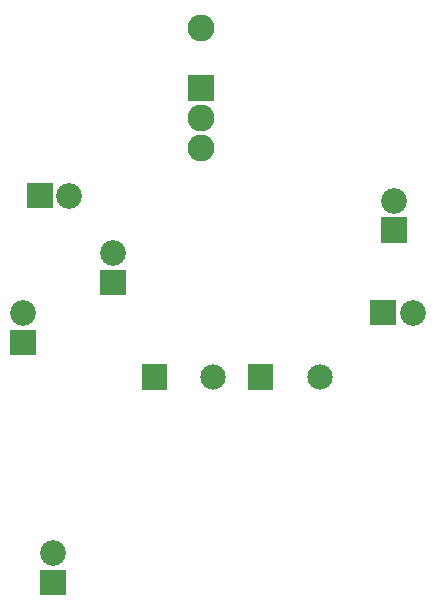
<source format=gbs>
G04 start of page 2 for group 11 layer_idx 11 *
G04 Title: (unknown), bottom_mask *
G04 Creator: pcb-rnd 2.3.2 *
G04 CreationDate: 2021-05-12 18:23:50 UTC *
G04 For:  *
G04 Format: Gerber/RS-274X *
G04 PCB-Dimensions: 500000 500000 *
G04 PCB-Coordinate-Origin: lower left *
%MOIN*%
%FSLAX25Y25*%
%LNBOTTOM_MASK_NONE_11*%
%ADD70C,0.0900*%
%ADD69C,0.0846*%
%ADD68C,0.0001*%
%ADD67C,0.0860*%
G54D67*X175000Y292500D03*
G54D68*G36*
X140700Y258200D02*Y266800D01*
X149300D01*
Y258200D01*
X140700D01*
G37*
G54D67*X145000Y272500D03*
G54D68*G36*
X170700Y278200D02*Y286800D01*
X179300D01*
Y278200D01*
X170700D01*
G37*
G36*
X184420Y255237D02*Y246763D01*
X192894D01*
Y255237D01*
X184420D01*
G37*
G36*
X150700Y178200D02*Y186800D01*
X159300D01*
Y178200D01*
X150700D01*
G37*
G54D67*X155000Y192500D03*
G54D69*X208343Y251000D03*
X243843D03*
G54D68*G36*
X260700Y276800D02*X269300D01*
Y268200D01*
X260700D01*
Y276800D01*
G37*
G54D67*X275000Y272500D03*
G54D68*G36*
X219920Y255237D02*Y246763D01*
X228394D01*
Y255237D01*
X219920D01*
G37*
G36*
X146200Y315800D02*X154800D01*
Y307200D01*
X146200D01*
Y315800D01*
G37*
G54D67*X160343Y311500D03*
G54D68*G36*
X264200Y295700D02*Y304300D01*
X272800D01*
Y295700D01*
X264200D01*
G37*
G54D67*X268500Y309843D03*
G54D70*X204251Y327350D03*
Y337350D03*
G54D68*G36*
X208701Y342900D02*Y351800D01*
X199801D01*
Y342900D01*
X208701D01*
G37*
G54D70*X204251Y367350D03*
M02*

</source>
